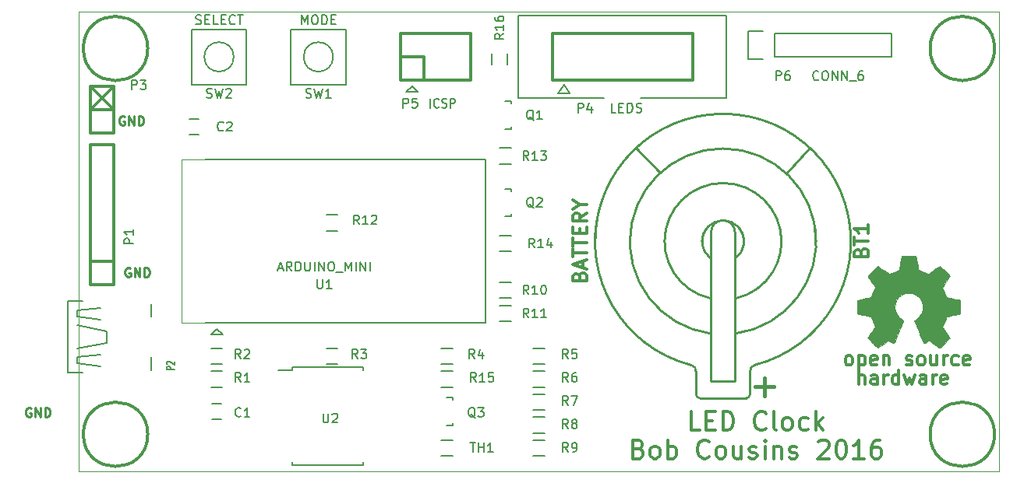
<source format=gto>
G04 #@! TF.FileFunction,Legend,Top*
%FSLAX46Y46*%
G04 Gerber Fmt 4.6, Leading zero omitted, Abs format (unit mm)*
G04 Created by KiCad (PCBNEW 4.0.0-stable) date 21/02/2016 17:37:39*
%MOMM*%
G01*
G04 APERTURE LIST*
%ADD10C,0.150000*%
%ADD11C,0.152400*%
%ADD12C,0.250000*%
%ADD13C,0.300000*%
%ADD14C,0.100000*%
%ADD15C,0.304800*%
%ADD16C,0.002540*%
%ADD17C,0.203200*%
%ADD18C,0.254000*%
%ADD19C,0.398780*%
%ADD20C,0.127000*%
%ADD21C,0.190500*%
%ADD22C,0.139700*%
G04 APERTURE END LIST*
D10*
D11*
X36830000Y41275000D02*
X36195000Y41910000D01*
X35560000Y41275000D02*
X36830000Y41275000D01*
X36195000Y41910000D02*
X35560000Y41275000D01*
D12*
X-5206904Y6850000D02*
X-5302142Y6897619D01*
X-5444999Y6897619D01*
X-5587857Y6850000D01*
X-5683095Y6754762D01*
X-5730714Y6659524D01*
X-5778333Y6469048D01*
X-5778333Y6326190D01*
X-5730714Y6135714D01*
X-5683095Y6040476D01*
X-5587857Y5945238D01*
X-5444999Y5897619D01*
X-5349761Y5897619D01*
X-5206904Y5945238D01*
X-5159285Y5992857D01*
X-5159285Y6326190D01*
X-5349761Y6326190D01*
X-4730714Y5897619D02*
X-4730714Y6897619D01*
X-4159285Y5897619D01*
X-4159285Y6897619D01*
X-3683095Y5897619D02*
X-3683095Y6897619D01*
X-3445000Y6897619D01*
X-3302142Y6850000D01*
X-3206904Y6754762D01*
X-3159285Y6659524D01*
X-3111666Y6469048D01*
X-3111666Y6326190D01*
X-3159285Y6135714D01*
X-3206904Y6040476D01*
X-3302142Y5945238D01*
X-3445000Y5897619D01*
X-3683095Y5897619D01*
X5588096Y22090000D02*
X5492858Y22137619D01*
X5350001Y22137619D01*
X5207143Y22090000D01*
X5111905Y21994762D01*
X5064286Y21899524D01*
X5016667Y21709048D01*
X5016667Y21566190D01*
X5064286Y21375714D01*
X5111905Y21280476D01*
X5207143Y21185238D01*
X5350001Y21137619D01*
X5445239Y21137619D01*
X5588096Y21185238D01*
X5635715Y21232857D01*
X5635715Y21566190D01*
X5445239Y21566190D01*
X6064286Y21137619D02*
X6064286Y22137619D01*
X6635715Y21137619D01*
X6635715Y22137619D01*
X7111905Y21137619D02*
X7111905Y22137619D01*
X7350000Y22137619D01*
X7492858Y22090000D01*
X7588096Y21994762D01*
X7635715Y21899524D01*
X7683334Y21709048D01*
X7683334Y21566190D01*
X7635715Y21375714D01*
X7588096Y21280476D01*
X7492858Y21185238D01*
X7350000Y21137619D01*
X7111905Y21137619D01*
X4953096Y38600000D02*
X4857858Y38647619D01*
X4715001Y38647619D01*
X4572143Y38600000D01*
X4476905Y38504762D01*
X4429286Y38409524D01*
X4381667Y38219048D01*
X4381667Y38076190D01*
X4429286Y37885714D01*
X4476905Y37790476D01*
X4572143Y37695238D01*
X4715001Y37647619D01*
X4810239Y37647619D01*
X4953096Y37695238D01*
X5000715Y37742857D01*
X5000715Y38076190D01*
X4810239Y38076190D01*
X5429286Y37647619D02*
X5429286Y38647619D01*
X6000715Y37647619D01*
X6000715Y38647619D01*
X6476905Y37647619D02*
X6476905Y38647619D01*
X6715000Y38647619D01*
X6857858Y38600000D01*
X6953096Y38504762D01*
X7000715Y38409524D01*
X7048334Y38219048D01*
X7048334Y38076190D01*
X7000715Y37885714D01*
X6953096Y37790476D01*
X6857858Y37695238D01*
X6715000Y37647619D01*
X6476905Y37647619D01*
D13*
X67517142Y4455238D02*
X66564761Y4455238D01*
X66564761Y6455238D01*
X68183809Y5502857D02*
X68850476Y5502857D01*
X69136190Y4455238D02*
X68183809Y4455238D01*
X68183809Y6455238D01*
X69136190Y6455238D01*
X69993333Y4455238D02*
X69993333Y6455238D01*
X70469524Y6455238D01*
X70755238Y6360000D01*
X70945714Y6169524D01*
X71040953Y5979048D01*
X71136191Y5598095D01*
X71136191Y5312381D01*
X71040953Y4931429D01*
X70945714Y4740952D01*
X70755238Y4550476D01*
X70469524Y4455238D01*
X69993333Y4455238D01*
X74660001Y4645714D02*
X74564763Y4550476D01*
X74279048Y4455238D01*
X74088572Y4455238D01*
X73802858Y4550476D01*
X73612382Y4740952D01*
X73517143Y4931429D01*
X73421905Y5312381D01*
X73421905Y5598095D01*
X73517143Y5979048D01*
X73612382Y6169524D01*
X73802858Y6360000D01*
X74088572Y6455238D01*
X74279048Y6455238D01*
X74564763Y6360000D01*
X74660001Y6264762D01*
X75802858Y4455238D02*
X75612382Y4550476D01*
X75517143Y4740952D01*
X75517143Y6455238D01*
X76850477Y4455238D02*
X76660001Y4550476D01*
X76564762Y4645714D01*
X76469524Y4836190D01*
X76469524Y5407619D01*
X76564762Y5598095D01*
X76660001Y5693333D01*
X76850477Y5788571D01*
X77136191Y5788571D01*
X77326667Y5693333D01*
X77421905Y5598095D01*
X77517143Y5407619D01*
X77517143Y4836190D01*
X77421905Y4645714D01*
X77326667Y4550476D01*
X77136191Y4455238D01*
X76850477Y4455238D01*
X79231429Y4550476D02*
X79040953Y4455238D01*
X78660001Y4455238D01*
X78469525Y4550476D01*
X78374286Y4645714D01*
X78279048Y4836190D01*
X78279048Y5407619D01*
X78374286Y5598095D01*
X78469525Y5693333D01*
X78660001Y5788571D01*
X79040953Y5788571D01*
X79231429Y5693333D01*
X80088572Y4455238D02*
X80088572Y6455238D01*
X80279049Y5217143D02*
X80850477Y4455238D01*
X80850477Y5788571D02*
X80088572Y5026667D01*
X60850475Y2402857D02*
X61136189Y2307619D01*
X61231428Y2212381D01*
X61326666Y2021905D01*
X61326666Y1736190D01*
X61231428Y1545714D01*
X61136189Y1450476D01*
X60945713Y1355238D01*
X60183808Y1355238D01*
X60183808Y3355238D01*
X60850475Y3355238D01*
X61040951Y3260000D01*
X61136189Y3164762D01*
X61231428Y2974286D01*
X61231428Y2783810D01*
X61136189Y2593333D01*
X61040951Y2498095D01*
X60850475Y2402857D01*
X60183808Y2402857D01*
X62469523Y1355238D02*
X62279047Y1450476D01*
X62183808Y1545714D01*
X62088570Y1736190D01*
X62088570Y2307619D01*
X62183808Y2498095D01*
X62279047Y2593333D01*
X62469523Y2688571D01*
X62755237Y2688571D01*
X62945713Y2593333D01*
X63040951Y2498095D01*
X63136189Y2307619D01*
X63136189Y1736190D01*
X63040951Y1545714D01*
X62945713Y1450476D01*
X62755237Y1355238D01*
X62469523Y1355238D01*
X63993332Y1355238D02*
X63993332Y3355238D01*
X63993332Y2593333D02*
X64183809Y2688571D01*
X64564761Y2688571D01*
X64755237Y2593333D01*
X64850475Y2498095D01*
X64945713Y2307619D01*
X64945713Y1736190D01*
X64850475Y1545714D01*
X64755237Y1450476D01*
X64564761Y1355238D01*
X64183809Y1355238D01*
X63993332Y1450476D01*
X68469524Y1545714D02*
X68374286Y1450476D01*
X68088571Y1355238D01*
X67898095Y1355238D01*
X67612381Y1450476D01*
X67421905Y1640952D01*
X67326666Y1831429D01*
X67231428Y2212381D01*
X67231428Y2498095D01*
X67326666Y2879048D01*
X67421905Y3069524D01*
X67612381Y3260000D01*
X67898095Y3355238D01*
X68088571Y3355238D01*
X68374286Y3260000D01*
X68469524Y3164762D01*
X69612381Y1355238D02*
X69421905Y1450476D01*
X69326666Y1545714D01*
X69231428Y1736190D01*
X69231428Y2307619D01*
X69326666Y2498095D01*
X69421905Y2593333D01*
X69612381Y2688571D01*
X69898095Y2688571D01*
X70088571Y2593333D01*
X70183809Y2498095D01*
X70279047Y2307619D01*
X70279047Y1736190D01*
X70183809Y1545714D01*
X70088571Y1450476D01*
X69898095Y1355238D01*
X69612381Y1355238D01*
X71993333Y2688571D02*
X71993333Y1355238D01*
X71136190Y2688571D02*
X71136190Y1640952D01*
X71231429Y1450476D01*
X71421905Y1355238D01*
X71707619Y1355238D01*
X71898095Y1450476D01*
X71993333Y1545714D01*
X72850476Y1450476D02*
X73040953Y1355238D01*
X73421905Y1355238D01*
X73612381Y1450476D01*
X73707619Y1640952D01*
X73707619Y1736190D01*
X73612381Y1926667D01*
X73421905Y2021905D01*
X73136191Y2021905D01*
X72945714Y2117143D01*
X72850476Y2307619D01*
X72850476Y2402857D01*
X72945714Y2593333D01*
X73136191Y2688571D01*
X73421905Y2688571D01*
X73612381Y2593333D01*
X74564762Y1355238D02*
X74564762Y2688571D01*
X74564762Y3355238D02*
X74469524Y3260000D01*
X74564762Y3164762D01*
X74660001Y3260000D01*
X74564762Y3355238D01*
X74564762Y3164762D01*
X75517143Y2688571D02*
X75517143Y1355238D01*
X75517143Y2498095D02*
X75612382Y2593333D01*
X75802858Y2688571D01*
X76088572Y2688571D01*
X76279048Y2593333D01*
X76374286Y2402857D01*
X76374286Y1355238D01*
X77231429Y1450476D02*
X77421906Y1355238D01*
X77802858Y1355238D01*
X77993334Y1450476D01*
X78088572Y1640952D01*
X78088572Y1736190D01*
X77993334Y1926667D01*
X77802858Y2021905D01*
X77517144Y2021905D01*
X77326667Y2117143D01*
X77231429Y2307619D01*
X77231429Y2402857D01*
X77326667Y2593333D01*
X77517144Y2688571D01*
X77802858Y2688571D01*
X77993334Y2593333D01*
X80374287Y3164762D02*
X80469525Y3260000D01*
X80660002Y3355238D01*
X81136192Y3355238D01*
X81326668Y3260000D01*
X81421906Y3164762D01*
X81517145Y2974286D01*
X81517145Y2783810D01*
X81421906Y2498095D01*
X80279049Y1355238D01*
X81517145Y1355238D01*
X82755240Y3355238D02*
X82945716Y3355238D01*
X83136192Y3260000D01*
X83231430Y3164762D01*
X83326668Y2974286D01*
X83421907Y2593333D01*
X83421907Y2117143D01*
X83326668Y1736190D01*
X83231430Y1545714D01*
X83136192Y1450476D01*
X82945716Y1355238D01*
X82755240Y1355238D01*
X82564764Y1450476D01*
X82469526Y1545714D01*
X82374287Y1736190D01*
X82279049Y2117143D01*
X82279049Y2593333D01*
X82374287Y2974286D01*
X82469526Y3164762D01*
X82564764Y3260000D01*
X82755240Y3355238D01*
X85326669Y1355238D02*
X84183811Y1355238D01*
X84755240Y1355238D02*
X84755240Y3355238D01*
X84564764Y3069524D01*
X84374288Y2879048D01*
X84183811Y2783810D01*
X87040954Y3355238D02*
X86660002Y3355238D01*
X86469526Y3260000D01*
X86374288Y3164762D01*
X86183811Y2879048D01*
X86088573Y2498095D01*
X86088573Y1736190D01*
X86183811Y1545714D01*
X86279050Y1450476D01*
X86469526Y1355238D01*
X86850478Y1355238D01*
X87040954Y1450476D01*
X87136192Y1545714D01*
X87231431Y1736190D01*
X87231431Y2212381D01*
X87136192Y2402857D01*
X87040954Y2498095D01*
X86850478Y2593333D01*
X86469526Y2593333D01*
X86279050Y2498095D01*
X86183811Y2402857D01*
X86088573Y2212381D01*
D14*
X100000000Y0D02*
X0Y0D01*
X100000000Y50000000D02*
X100000000Y0D01*
X0Y50000000D02*
X100000000Y50000000D01*
X0Y0D02*
X0Y50000000D01*
D10*
X47005240Y27910840D02*
X47005240Y27959100D01*
X46304200Y30709820D02*
X47005240Y30709820D01*
X47005240Y30709820D02*
X47005240Y30460900D01*
X47005240Y27910840D02*
X47005240Y27710180D01*
X47005240Y27710180D02*
X46304200Y27710180D01*
X23176000Y11294000D02*
X23176000Y10939000D01*
X30926000Y11294000D02*
X30926000Y10939000D01*
X30926000Y644000D02*
X30926000Y999000D01*
X23176000Y644000D02*
X23176000Y999000D01*
X23176000Y11294000D02*
X30926000Y11294000D01*
X23176000Y644000D02*
X30926000Y644000D01*
X23176000Y10939000D02*
X21651000Y10939000D01*
X14500000Y5650000D02*
X15500000Y5650000D01*
X15500000Y7350000D02*
X14500000Y7350000D01*
X13000000Y38350000D02*
X12000000Y38350000D01*
X12000000Y36650000D02*
X13000000Y36650000D01*
D15*
X7500120Y46000000D02*
G75*
G03X7500120Y46000000I-3500120J0D01*
G01*
X7500120Y4000000D02*
G75*
G03X7500120Y4000000I-3500120J0D01*
G01*
X99500120Y46000000D02*
G75*
G03X99500120Y46000000I-3500120J0D01*
G01*
X99500120Y4000000D02*
G75*
G03X99500120Y4000000I-3500120J0D01*
G01*
D16*
G36*
X86796880Y13416280D02*
X86855300Y13446760D01*
X86984840Y13528040D01*
X87170260Y13649960D01*
X87391240Y13797280D01*
X87612220Y13947140D01*
X87792560Y14069060D01*
X87919560Y14150340D01*
X87972900Y14178280D01*
X88000840Y14168120D01*
X88104980Y14117320D01*
X88257380Y14038580D01*
X88346280Y13992860D01*
X88485980Y13934440D01*
X88554560Y13921740D01*
X88567260Y13939520D01*
X88618060Y14046200D01*
X88696800Y14229080D01*
X88803480Y14470380D01*
X88922860Y14752320D01*
X89052400Y15057120D01*
X89181940Y15367000D01*
X89303860Y15664180D01*
X89413080Y15930880D01*
X89499440Y16146780D01*
X89557860Y16296640D01*
X89578180Y16362680D01*
X89573100Y16375380D01*
X89501980Y16443960D01*
X89380060Y16535400D01*
X89118440Y16748760D01*
X88856820Y17073880D01*
X88699340Y17442180D01*
X88646000Y17851120D01*
X88691720Y18232120D01*
X88841580Y18597880D01*
X89095580Y18925540D01*
X89402920Y19169380D01*
X89763600Y19324320D01*
X90170000Y19372580D01*
X90558620Y19329400D01*
X90929460Y19182080D01*
X91259660Y18933160D01*
X91396820Y18773140D01*
X91587320Y18440400D01*
X91696540Y18084800D01*
X91709240Y17993360D01*
X91691460Y17602200D01*
X91577160Y17228820D01*
X91371420Y16893540D01*
X91084400Y16619220D01*
X91048840Y16591280D01*
X90914220Y16492220D01*
X90825320Y16423640D01*
X90756740Y16367760D01*
X91254580Y15168880D01*
X91333320Y14978380D01*
X91470480Y14650720D01*
X91589860Y14368780D01*
X91686380Y14145260D01*
X91752420Y13995400D01*
X91782900Y13934440D01*
X91785440Y13931900D01*
X91828620Y13924280D01*
X91920060Y13957300D01*
X92087700Y14038580D01*
X92199460Y14094460D01*
X92326460Y14155420D01*
X92382340Y14178280D01*
X92430600Y14152880D01*
X92552520Y14074140D01*
X92730320Y13954760D01*
X92946220Y13807440D01*
X93149420Y13670280D01*
X93337380Y13545820D01*
X93474540Y13459460D01*
X93540580Y13423900D01*
X93550740Y13423900D01*
X93609160Y13456920D01*
X93715840Y13545820D01*
X93880940Y13700760D01*
X94112080Y13929360D01*
X94147640Y13962380D01*
X94335600Y14155420D01*
X94490540Y14317980D01*
X94594680Y14432280D01*
X94630240Y14485620D01*
X94630240Y14485620D01*
X94597220Y14551660D01*
X94510860Y14686280D01*
X94386400Y14876780D01*
X94234000Y15100300D01*
X93837760Y15676880D01*
X94056200Y16220440D01*
X94122240Y16385540D01*
X94208600Y16588740D01*
X94272100Y16733520D01*
X94302580Y16797020D01*
X94363540Y16817340D01*
X94510860Y16852900D01*
X94726760Y16898620D01*
X94985840Y16946880D01*
X95229680Y16990060D01*
X95450660Y17033240D01*
X95613220Y17063720D01*
X95684340Y17078960D01*
X95702120Y17089120D01*
X95714820Y17122140D01*
X95724980Y17198340D01*
X95730060Y17332960D01*
X95732600Y17546320D01*
X95732600Y17851120D01*
X95732600Y17884140D01*
X95730060Y18178780D01*
X95724980Y18409920D01*
X95717360Y18564860D01*
X95707200Y18623280D01*
X95707200Y18625820D01*
X95638620Y18641060D01*
X95481140Y18674080D01*
X95260160Y18717260D01*
X94996000Y18768060D01*
X94978220Y18770600D01*
X94716600Y18821400D01*
X94495620Y18867120D01*
X94340680Y18902680D01*
X94274640Y18923000D01*
X94261940Y18943320D01*
X94208600Y19044920D01*
X94132400Y19207480D01*
X94046040Y19408140D01*
X93959680Y19613880D01*
X93886020Y19799300D01*
X93835220Y19939000D01*
X93819980Y20002500D01*
X93822520Y20002500D01*
X93860620Y20066000D01*
X93952060Y20203160D01*
X94079060Y20393660D01*
X94234000Y20617180D01*
X94244160Y20632420D01*
X94396560Y20855940D01*
X94518480Y21043900D01*
X94599760Y21178520D01*
X94630240Y21239480D01*
X94630240Y21242020D01*
X94579440Y21308060D01*
X94467680Y21435060D01*
X94305120Y21605240D01*
X94109540Y21800820D01*
X94048580Y21861780D01*
X93832680Y22072600D01*
X93680280Y22212300D01*
X93588840Y22285960D01*
X93543120Y22301200D01*
X93540580Y22301200D01*
X93474540Y22260560D01*
X93334840Y22169120D01*
X93144340Y22039580D01*
X92918280Y21884640D01*
X92903040Y21874480D01*
X92679520Y21724620D01*
X92494100Y21597620D01*
X92362020Y21511260D01*
X92306140Y21475700D01*
X92295980Y21475700D01*
X92204540Y21503640D01*
X92047060Y21559520D01*
X91851480Y21633180D01*
X91645740Y21717000D01*
X91460320Y21795740D01*
X91318080Y21859240D01*
X91252040Y21897340D01*
X91252040Y21899880D01*
X91226640Y21978620D01*
X91188540Y22146260D01*
X91142820Y22374860D01*
X91089480Y22646640D01*
X91081860Y22692360D01*
X91031060Y22956520D01*
X90987880Y23174960D01*
X90957400Y23327360D01*
X90942160Y23388320D01*
X90904060Y23398480D01*
X90774520Y23408640D01*
X90576400Y23413720D01*
X90337640Y23416260D01*
X90086180Y23413720D01*
X89839800Y23408640D01*
X89628980Y23401020D01*
X89479120Y23390860D01*
X89418160Y23378160D01*
X89415620Y23375620D01*
X89392760Y23291800D01*
X89354660Y23126700D01*
X89308940Y22895560D01*
X89255600Y22621240D01*
X89245440Y22572980D01*
X89197180Y22308820D01*
X89151460Y22092920D01*
X89120980Y21943060D01*
X89103200Y21884640D01*
X89080340Y21871940D01*
X88971120Y21823680D01*
X88793320Y21750020D01*
X88574880Y21661120D01*
X88064340Y21455380D01*
X87439500Y21884640D01*
X87381080Y21922740D01*
X87157560Y22075140D01*
X86972140Y22199600D01*
X86845140Y22280880D01*
X86791800Y22311360D01*
X86786720Y22308820D01*
X86725760Y22255480D01*
X86601300Y22138640D01*
X86431120Y21973540D01*
X86235540Y21777960D01*
X86090760Y21633180D01*
X85918040Y21457920D01*
X85808820Y21341080D01*
X85750400Y21264880D01*
X85727540Y21219160D01*
X85732620Y21188680D01*
X85773260Y21125180D01*
X85864700Y20988020D01*
X85994240Y20797520D01*
X86146640Y20576540D01*
X86271100Y20393660D01*
X86405720Y20182840D01*
X86494620Y20032980D01*
X86525100Y19959320D01*
X86517480Y19928840D01*
X86474300Y19806920D01*
X86400640Y19621500D01*
X86306660Y19403060D01*
X86088220Y18907760D01*
X85765640Y18844260D01*
X85567520Y18808700D01*
X85293200Y18755360D01*
X85031580Y18704560D01*
X84620100Y18625820D01*
X84604860Y17117060D01*
X84668360Y17089120D01*
X84729320Y17073880D01*
X84881720Y17038320D01*
X85100160Y16995140D01*
X85354160Y16946880D01*
X85572600Y16906240D01*
X85793580Y16865600D01*
X85951060Y16835120D01*
X86022180Y16819880D01*
X86039960Y16797020D01*
X86093300Y16690340D01*
X86172040Y16520160D01*
X86258400Y16316960D01*
X86347300Y16106140D01*
X86423500Y15910560D01*
X86479380Y15763240D01*
X86499700Y15684500D01*
X86469220Y15628620D01*
X86385400Y15499080D01*
X86263480Y15313660D01*
X86116160Y15095220D01*
X85966300Y14876780D01*
X85839300Y14691360D01*
X85752940Y14556740D01*
X85714840Y14495780D01*
X85732620Y14452600D01*
X85821520Y14348460D01*
X85986620Y14175740D01*
X86230460Y13934440D01*
X86271100Y13896340D01*
X86466680Y13708380D01*
X86631780Y13555980D01*
X86746080Y13454380D01*
X86796880Y13416280D01*
X86796880Y13416280D01*
G37*
X86796880Y13416280D02*
X86855300Y13446760D01*
X86984840Y13528040D01*
X87170260Y13649960D01*
X87391240Y13797280D01*
X87612220Y13947140D01*
X87792560Y14069060D01*
X87919560Y14150340D01*
X87972900Y14178280D01*
X88000840Y14168120D01*
X88104980Y14117320D01*
X88257380Y14038580D01*
X88346280Y13992860D01*
X88485980Y13934440D01*
X88554560Y13921740D01*
X88567260Y13939520D01*
X88618060Y14046200D01*
X88696800Y14229080D01*
X88803480Y14470380D01*
X88922860Y14752320D01*
X89052400Y15057120D01*
X89181940Y15367000D01*
X89303860Y15664180D01*
X89413080Y15930880D01*
X89499440Y16146780D01*
X89557860Y16296640D01*
X89578180Y16362680D01*
X89573100Y16375380D01*
X89501980Y16443960D01*
X89380060Y16535400D01*
X89118440Y16748760D01*
X88856820Y17073880D01*
X88699340Y17442180D01*
X88646000Y17851120D01*
X88691720Y18232120D01*
X88841580Y18597880D01*
X89095580Y18925540D01*
X89402920Y19169380D01*
X89763600Y19324320D01*
X90170000Y19372580D01*
X90558620Y19329400D01*
X90929460Y19182080D01*
X91259660Y18933160D01*
X91396820Y18773140D01*
X91587320Y18440400D01*
X91696540Y18084800D01*
X91709240Y17993360D01*
X91691460Y17602200D01*
X91577160Y17228820D01*
X91371420Y16893540D01*
X91084400Y16619220D01*
X91048840Y16591280D01*
X90914220Y16492220D01*
X90825320Y16423640D01*
X90756740Y16367760D01*
X91254580Y15168880D01*
X91333320Y14978380D01*
X91470480Y14650720D01*
X91589860Y14368780D01*
X91686380Y14145260D01*
X91752420Y13995400D01*
X91782900Y13934440D01*
X91785440Y13931900D01*
X91828620Y13924280D01*
X91920060Y13957300D01*
X92087700Y14038580D01*
X92199460Y14094460D01*
X92326460Y14155420D01*
X92382340Y14178280D01*
X92430600Y14152880D01*
X92552520Y14074140D01*
X92730320Y13954760D01*
X92946220Y13807440D01*
X93149420Y13670280D01*
X93337380Y13545820D01*
X93474540Y13459460D01*
X93540580Y13423900D01*
X93550740Y13423900D01*
X93609160Y13456920D01*
X93715840Y13545820D01*
X93880940Y13700760D01*
X94112080Y13929360D01*
X94147640Y13962380D01*
X94335600Y14155420D01*
X94490540Y14317980D01*
X94594680Y14432280D01*
X94630240Y14485620D01*
X94630240Y14485620D01*
X94597220Y14551660D01*
X94510860Y14686280D01*
X94386400Y14876780D01*
X94234000Y15100300D01*
X93837760Y15676880D01*
X94056200Y16220440D01*
X94122240Y16385540D01*
X94208600Y16588740D01*
X94272100Y16733520D01*
X94302580Y16797020D01*
X94363540Y16817340D01*
X94510860Y16852900D01*
X94726760Y16898620D01*
X94985840Y16946880D01*
X95229680Y16990060D01*
X95450660Y17033240D01*
X95613220Y17063720D01*
X95684340Y17078960D01*
X95702120Y17089120D01*
X95714820Y17122140D01*
X95724980Y17198340D01*
X95730060Y17332960D01*
X95732600Y17546320D01*
X95732600Y17851120D01*
X95732600Y17884140D01*
X95730060Y18178780D01*
X95724980Y18409920D01*
X95717360Y18564860D01*
X95707200Y18623280D01*
X95707200Y18625820D01*
X95638620Y18641060D01*
X95481140Y18674080D01*
X95260160Y18717260D01*
X94996000Y18768060D01*
X94978220Y18770600D01*
X94716600Y18821400D01*
X94495620Y18867120D01*
X94340680Y18902680D01*
X94274640Y18923000D01*
X94261940Y18943320D01*
X94208600Y19044920D01*
X94132400Y19207480D01*
X94046040Y19408140D01*
X93959680Y19613880D01*
X93886020Y19799300D01*
X93835220Y19939000D01*
X93819980Y20002500D01*
X93822520Y20002500D01*
X93860620Y20066000D01*
X93952060Y20203160D01*
X94079060Y20393660D01*
X94234000Y20617180D01*
X94244160Y20632420D01*
X94396560Y20855940D01*
X94518480Y21043900D01*
X94599760Y21178520D01*
X94630240Y21239480D01*
X94630240Y21242020D01*
X94579440Y21308060D01*
X94467680Y21435060D01*
X94305120Y21605240D01*
X94109540Y21800820D01*
X94048580Y21861780D01*
X93832680Y22072600D01*
X93680280Y22212300D01*
X93588840Y22285960D01*
X93543120Y22301200D01*
X93540580Y22301200D01*
X93474540Y22260560D01*
X93334840Y22169120D01*
X93144340Y22039580D01*
X92918280Y21884640D01*
X92903040Y21874480D01*
X92679520Y21724620D01*
X92494100Y21597620D01*
X92362020Y21511260D01*
X92306140Y21475700D01*
X92295980Y21475700D01*
X92204540Y21503640D01*
X92047060Y21559520D01*
X91851480Y21633180D01*
X91645740Y21717000D01*
X91460320Y21795740D01*
X91318080Y21859240D01*
X91252040Y21897340D01*
X91252040Y21899880D01*
X91226640Y21978620D01*
X91188540Y22146260D01*
X91142820Y22374860D01*
X91089480Y22646640D01*
X91081860Y22692360D01*
X91031060Y22956520D01*
X90987880Y23174960D01*
X90957400Y23327360D01*
X90942160Y23388320D01*
X90904060Y23398480D01*
X90774520Y23408640D01*
X90576400Y23413720D01*
X90337640Y23416260D01*
X90086180Y23413720D01*
X89839800Y23408640D01*
X89628980Y23401020D01*
X89479120Y23390860D01*
X89418160Y23378160D01*
X89415620Y23375620D01*
X89392760Y23291800D01*
X89354660Y23126700D01*
X89308940Y22895560D01*
X89255600Y22621240D01*
X89245440Y22572980D01*
X89197180Y22308820D01*
X89151460Y22092920D01*
X89120980Y21943060D01*
X89103200Y21884640D01*
X89080340Y21871940D01*
X88971120Y21823680D01*
X88793320Y21750020D01*
X88574880Y21661120D01*
X88064340Y21455380D01*
X87439500Y21884640D01*
X87381080Y21922740D01*
X87157560Y22075140D01*
X86972140Y22199600D01*
X86845140Y22280880D01*
X86791800Y22311360D01*
X86786720Y22308820D01*
X86725760Y22255480D01*
X86601300Y22138640D01*
X86431120Y21973540D01*
X86235540Y21777960D01*
X86090760Y21633180D01*
X85918040Y21457920D01*
X85808820Y21341080D01*
X85750400Y21264880D01*
X85727540Y21219160D01*
X85732620Y21188680D01*
X85773260Y21125180D01*
X85864700Y20988020D01*
X85994240Y20797520D01*
X86146640Y20576540D01*
X86271100Y20393660D01*
X86405720Y20182840D01*
X86494620Y20032980D01*
X86525100Y19959320D01*
X86517480Y19928840D01*
X86474300Y19806920D01*
X86400640Y19621500D01*
X86306660Y19403060D01*
X86088220Y18907760D01*
X85765640Y18844260D01*
X85567520Y18808700D01*
X85293200Y18755360D01*
X85031580Y18704560D01*
X84620100Y18625820D01*
X84604860Y17117060D01*
X84668360Y17089120D01*
X84729320Y17073880D01*
X84881720Y17038320D01*
X85100160Y16995140D01*
X85354160Y16946880D01*
X85572600Y16906240D01*
X85793580Y16865600D01*
X85951060Y16835120D01*
X86022180Y16819880D01*
X86039960Y16797020D01*
X86093300Y16690340D01*
X86172040Y16520160D01*
X86258400Y16316960D01*
X86347300Y16106140D01*
X86423500Y15910560D01*
X86479380Y15763240D01*
X86499700Y15684500D01*
X86469220Y15628620D01*
X86385400Y15499080D01*
X86263480Y15313660D01*
X86116160Y15095220D01*
X85966300Y14876780D01*
X85839300Y14691360D01*
X85752940Y14556740D01*
X85714840Y14495780D01*
X85732620Y14452600D01*
X85821520Y14348460D01*
X85986620Y14175740D01*
X86230460Y13934440D01*
X86271100Y13896340D01*
X86466680Y13708380D01*
X86631780Y13555980D01*
X86746080Y13454380D01*
X86796880Y13416280D01*
D15*
X1270000Y22860000D02*
X3810000Y22860000D01*
X3810000Y20320000D02*
X1270000Y20320000D01*
X1270000Y20320000D02*
X1270000Y35560000D01*
X1270000Y35560000D02*
X3810000Y35560000D01*
X3810000Y35560000D02*
X3810000Y20320000D01*
X3810000Y39370000D02*
X1270000Y39370000D01*
X1270000Y39370000D02*
X3810000Y41910000D01*
X1270000Y41910000D02*
X3810000Y39370000D01*
X1270000Y36830000D02*
X1270000Y41910000D01*
X3810000Y41910000D02*
X3810000Y36830000D01*
X1270000Y41910000D02*
X3810000Y41910000D01*
X3810000Y36830000D02*
X1270000Y36830000D01*
D17*
X52705000Y42037000D02*
X53340000Y41148000D01*
X53340000Y41148000D02*
X52070000Y41148000D01*
X52705000Y42037000D02*
X52070000Y41148000D01*
X55755540Y40584120D02*
X57056020Y40584120D01*
X66641980Y40584120D02*
X70322440Y40584120D01*
X66641980Y49585880D02*
X70322440Y49585880D01*
D15*
X66675000Y42545000D02*
X64135000Y42545000D01*
X64135000Y47625000D02*
X66675000Y47625000D01*
D17*
X61081920Y40584120D02*
X69082920Y40584120D01*
X70324980Y40584120D02*
X70324980Y49585880D01*
X67784980Y49585880D02*
X47785020Y49585880D01*
X47785020Y49585880D02*
X47785020Y45085000D01*
X47785020Y45085000D02*
X47785020Y40584120D01*
X47785020Y40584120D02*
X55786020Y40584120D01*
D15*
X51435000Y47625000D02*
X64135000Y47625000D01*
X66675000Y47625000D02*
X66675000Y42545000D01*
X64135000Y42545000D02*
X51435000Y42545000D01*
X51435000Y42545000D02*
X51435000Y47625000D01*
X34925000Y47625000D02*
X42545000Y47625000D01*
X42545000Y47625000D02*
X42545000Y42545000D01*
X42545000Y42545000D02*
X34925000Y42545000D01*
X34925000Y45085000D02*
X37465000Y45085000D01*
X37465000Y45085000D02*
X37465000Y42545000D01*
X34925000Y47625000D02*
X34925000Y42545000D01*
D10*
X75565000Y47625000D02*
X88265000Y47625000D01*
X88265000Y47625000D02*
X88265000Y45085000D01*
X88265000Y45085000D02*
X75565000Y45085000D01*
X72745000Y47905000D02*
X74295000Y47905000D01*
X75565000Y47625000D02*
X75565000Y45085000D01*
X74295000Y44805000D02*
X72745000Y44805000D01*
X72745000Y44805000D02*
X72745000Y47905000D01*
X47005240Y37435840D02*
X47005240Y37484100D01*
X46304200Y40234820D02*
X47005240Y40234820D01*
X47005240Y40234820D02*
X47005240Y39985900D01*
X47005240Y37435840D02*
X47005240Y37235180D01*
X47005240Y37235180D02*
X46304200Y37235180D01*
X40650240Y5200840D02*
X40650240Y5249100D01*
X39949200Y7999820D02*
X40650240Y7999820D01*
X40650240Y7999820D02*
X40650240Y7750900D01*
X40650240Y5200840D02*
X40650240Y5000180D01*
X40650240Y5000180D02*
X39949200Y5000180D01*
X14400000Y10875000D02*
X15600000Y10875000D01*
X15600000Y9125000D02*
X14400000Y9125000D01*
X14400000Y13375000D02*
X15600000Y13375000D01*
X15600000Y11625000D02*
X14400000Y11625000D01*
X26900000Y13375000D02*
X28100000Y13375000D01*
X28100000Y11625000D02*
X26900000Y11625000D01*
X40600000Y11625000D02*
X39400000Y11625000D01*
X39400000Y13375000D02*
X40600000Y13375000D01*
X50600000Y11625000D02*
X49400000Y11625000D01*
X49400000Y13375000D02*
X50600000Y13375000D01*
X50600000Y9125000D02*
X49400000Y9125000D01*
X49400000Y10875000D02*
X50600000Y10875000D01*
X50600000Y6625000D02*
X49400000Y6625000D01*
X49400000Y8375000D02*
X50600000Y8375000D01*
X50600000Y4125000D02*
X49400000Y4125000D01*
X49400000Y5875000D02*
X50600000Y5875000D01*
X50600000Y1625000D02*
X49400000Y1625000D01*
X49400000Y3375000D02*
X50600000Y3375000D01*
X46955000Y18810000D02*
X45755000Y18810000D01*
X45755000Y20560000D02*
X46955000Y20560000D01*
X46955000Y16270000D02*
X45755000Y16270000D01*
X45755000Y18020000D02*
X46955000Y18020000D01*
X28100000Y26125000D02*
X26900000Y26125000D01*
X26900000Y27875000D02*
X28100000Y27875000D01*
X46955000Y33415000D02*
X45755000Y33415000D01*
X45755000Y35165000D02*
X46955000Y35165000D01*
X46955000Y23890000D02*
X45755000Y23890000D01*
X45755000Y25640000D02*
X46955000Y25640000D01*
X39400000Y10875000D02*
X40600000Y10875000D01*
X40600000Y9125000D02*
X39400000Y9125000D01*
X46595000Y45431000D02*
X46595000Y44231000D01*
X44845000Y44231000D02*
X44845000Y45431000D01*
X40600000Y1625000D02*
X39400000Y1625000D01*
X39400000Y3375000D02*
X40600000Y3375000D01*
D14*
X13716000Y16129000D02*
X11176000Y16129000D01*
X11176000Y16129000D02*
X11176000Y33909000D01*
X11176000Y33909000D02*
X13716000Y33909000D01*
D10*
X14986000Y15494000D02*
X14351000Y14859000D01*
X14351000Y14859000D02*
X15621000Y14859000D01*
X15621000Y14859000D02*
X14986000Y15494000D01*
X13716000Y33909000D02*
X44196000Y33909000D01*
X44196000Y33909000D02*
X44196000Y16129000D01*
X44196000Y16129000D02*
X13716000Y16129000D01*
D18*
X76858000Y32429500D02*
X79423400Y35185400D01*
X63142000Y32442200D02*
X60551200Y35147300D01*
X73429000Y11538000D02*
G75*
G03X83462000Y28429000I-3429000J13462000D01*
G01*
X56538000Y28479800D02*
G75*
G03X66520200Y11538000I13462000J-3479800D01*
G01*
X72908300Y8324900D02*
X72908300Y10852200D01*
X67091700Y8324900D02*
X67091700Y10852200D01*
X70000000Y38881100D02*
G75*
G03X56118900Y25000000I0J-13881100D01*
G01*
X83881100Y25000000D02*
G75*
G03X70000000Y38881100I-13881100J0D01*
G01*
X71371600Y23171200D02*
G75*
G03X71828800Y26371600I-1371600J1828800D01*
G01*
X68171200Y26371600D02*
G75*
G03X68628400Y23171200I1828800J-1371600D01*
G01*
X70000000Y27286000D02*
G75*
G03X67714000Y25000000I0J-2286000D01*
G01*
X72286000Y25000000D02*
G75*
G03X70000000Y27286000I-2286000J0D01*
G01*
X63802400Y26371600D02*
G75*
G03X68628400Y18802400I6197600J-1371600D01*
G01*
X71397000Y18802400D02*
G75*
G03X76197600Y26397000I-1397000J6197600D01*
G01*
X70000000Y31350000D02*
G75*
G03X63650000Y25000000I0J-6350000D01*
G01*
X76350000Y25025400D02*
G75*
G03X69974600Y31350000I-6350000J-25400D01*
G01*
X71346200Y14967000D02*
G75*
G03X80033000Y26346200I-1346200J10033000D01*
G01*
X59967000Y26346200D02*
G75*
G03X68653800Y14967000I10033000J-1346200D01*
G01*
X70000000Y35109200D02*
G75*
G03X59890800Y25000000I0J-10109200D01*
G01*
X80109200Y25000000D02*
G75*
G03X70000000Y35109200I-10109200J0D01*
G01*
X72540000Y7918500D02*
X67510800Y7918500D01*
X68699520Y9800640D02*
X68699520Y26000760D01*
X71300480Y26000760D02*
X71300480Y9800640D01*
X73556000Y11588800D02*
G75*
G03X72921000Y10699800I127000J-762000D01*
G01*
X67079000Y10699800D02*
G75*
G03X66444000Y11588800I-762000J127000D01*
G01*
D19*
X74508500Y10161320D02*
X74508500Y8159800D01*
X73505200Y9158020D02*
X75509260Y9158020D01*
D18*
X70000000Y27301240D02*
G75*
G03X68699520Y26000760I0J-1300480D01*
G01*
X71300480Y26000760D02*
G75*
G03X70000000Y27301240I-1300480J0D01*
G01*
X71300480Y9793020D02*
X68699520Y9793020D01*
X67091700Y8327440D02*
G75*
G03X67493020Y7926120I401320J0D01*
G01*
X72506980Y7926120D02*
G75*
G03X72908300Y8327440I0J401320D01*
G01*
D20*
X16843546Y45085000D02*
G75*
G03X16843546Y45085000I-1601006J0D01*
G01*
X18242280Y42085260D02*
X18242280Y48084740D01*
X18239740Y48084740D02*
X12240260Y48084740D01*
X12240260Y48082200D02*
X12240260Y42082720D01*
X12240260Y42085260D02*
X18239740Y42085260D01*
X27638546Y45085000D02*
G75*
G03X27638546Y45085000I-1601006J0D01*
G01*
X29037280Y42085260D02*
X29037280Y48084740D01*
X29034740Y48084740D02*
X23035260Y48084740D01*
X23035260Y48082200D02*
X23035260Y42082720D01*
X23035260Y42085260D02*
X29034740Y42085260D01*
D10*
X7845000Y16805000D02*
X7845000Y18205000D01*
X7845000Y11005000D02*
X7845000Y12405000D01*
D21*
X-1155700Y10706100D02*
X444500Y10706100D01*
X-1155700Y18503900D02*
X444500Y18503900D01*
X-1155700Y10706100D02*
X-1155700Y18503900D01*
D20*
X-167640Y15875000D02*
X3007360Y15240000D01*
X3007360Y15240000D02*
X3007360Y13970000D01*
X3007360Y13970000D02*
X-167640Y13335000D01*
X2372360Y11430000D02*
X-167640Y11747500D01*
X-167640Y11747500D02*
X-167640Y12382500D01*
X-167640Y12382500D02*
X2372360Y12700000D01*
X2372360Y17780000D02*
X-167640Y17462500D01*
X-167640Y17462500D02*
X-167640Y16827500D01*
X-167640Y16827500D02*
X2372360Y16510000D01*
D10*
X49434762Y28662381D02*
X49339524Y28710000D01*
X49244286Y28805238D01*
X49101429Y28948095D01*
X49006190Y28995714D01*
X48910952Y28995714D01*
X48958571Y28757619D02*
X48863333Y28805238D01*
X48768095Y28900476D01*
X48720476Y29090952D01*
X48720476Y29424286D01*
X48768095Y29614762D01*
X48863333Y29710000D01*
X48958571Y29757619D01*
X49149048Y29757619D01*
X49244286Y29710000D01*
X49339524Y29614762D01*
X49387143Y29424286D01*
X49387143Y29090952D01*
X49339524Y28900476D01*
X49244286Y28805238D01*
X49149048Y28757619D01*
X48958571Y28757619D01*
X49768095Y29662381D02*
X49815714Y29710000D01*
X49910952Y29757619D01*
X50149048Y29757619D01*
X50244286Y29710000D01*
X50291905Y29662381D01*
X50339524Y29567143D01*
X50339524Y29471905D01*
X50291905Y29329048D01*
X49720476Y28757619D01*
X50339524Y28757619D01*
X26543095Y6262619D02*
X26543095Y5453095D01*
X26590714Y5357857D01*
X26638333Y5310238D01*
X26733571Y5262619D01*
X26924048Y5262619D01*
X27019286Y5310238D01*
X27066905Y5357857D01*
X27114524Y5453095D01*
X27114524Y6262619D01*
X27543095Y6167381D02*
X27590714Y6215000D01*
X27685952Y6262619D01*
X27924048Y6262619D01*
X28019286Y6215000D01*
X28066905Y6167381D01*
X28114524Y6072143D01*
X28114524Y5976905D01*
X28066905Y5834048D01*
X27495476Y5262619D01*
X28114524Y5262619D01*
X17613334Y5992857D02*
X17565715Y5945238D01*
X17422858Y5897619D01*
X17327620Y5897619D01*
X17184762Y5945238D01*
X17089524Y6040476D01*
X17041905Y6135714D01*
X16994286Y6326190D01*
X16994286Y6469048D01*
X17041905Y6659524D01*
X17089524Y6754762D01*
X17184762Y6850000D01*
X17327620Y6897619D01*
X17422858Y6897619D01*
X17565715Y6850000D01*
X17613334Y6802381D01*
X18565715Y5897619D02*
X17994286Y5897619D01*
X18280000Y5897619D02*
X18280000Y6897619D01*
X18184762Y6754762D01*
X18089524Y6659524D01*
X17994286Y6611905D01*
X15708334Y37107857D02*
X15660715Y37060238D01*
X15517858Y37012619D01*
X15422620Y37012619D01*
X15279762Y37060238D01*
X15184524Y37155476D01*
X15136905Y37250714D01*
X15089286Y37441190D01*
X15089286Y37584048D01*
X15136905Y37774524D01*
X15184524Y37869762D01*
X15279762Y37965000D01*
X15422620Y38012619D01*
X15517858Y38012619D01*
X15660715Y37965000D01*
X15708334Y37917381D01*
X16089286Y37917381D02*
X16136905Y37965000D01*
X16232143Y38012619D01*
X16470239Y38012619D01*
X16565477Y37965000D01*
X16613096Y37917381D01*
X16660715Y37822143D01*
X16660715Y37726905D01*
X16613096Y37584048D01*
X16041667Y37012619D01*
X16660715Y37012619D01*
D15*
X84735126Y9424851D02*
X84735126Y10948851D01*
X85388269Y9424851D02*
X85388269Y10223137D01*
X85315698Y10368280D01*
X85170555Y10440851D01*
X84952840Y10440851D01*
X84807698Y10368280D01*
X84735126Y10295709D01*
X86767126Y9424851D02*
X86767126Y10223137D01*
X86694555Y10368280D01*
X86549412Y10440851D01*
X86259126Y10440851D01*
X86113983Y10368280D01*
X86767126Y9497423D02*
X86621983Y9424851D01*
X86259126Y9424851D01*
X86113983Y9497423D01*
X86041412Y9642566D01*
X86041412Y9787709D01*
X86113983Y9932851D01*
X86259126Y10005423D01*
X86621983Y10005423D01*
X86767126Y10077994D01*
X87492840Y9424851D02*
X87492840Y10440851D01*
X87492840Y10150566D02*
X87565412Y10295709D01*
X87637983Y10368280D01*
X87783126Y10440851D01*
X87928269Y10440851D01*
X89089412Y9424851D02*
X89089412Y10948851D01*
X89089412Y9497423D02*
X88944269Y9424851D01*
X88653983Y9424851D01*
X88508841Y9497423D01*
X88436269Y9569994D01*
X88363698Y9715137D01*
X88363698Y10150566D01*
X88436269Y10295709D01*
X88508841Y10368280D01*
X88653983Y10440851D01*
X88944269Y10440851D01*
X89089412Y10368280D01*
X89669983Y10440851D02*
X89960269Y9424851D01*
X90250555Y10150566D01*
X90540840Y9424851D01*
X90831126Y10440851D01*
X92064840Y9424851D02*
X92064840Y10223137D01*
X91992269Y10368280D01*
X91847126Y10440851D01*
X91556840Y10440851D01*
X91411697Y10368280D01*
X92064840Y9497423D02*
X91919697Y9424851D01*
X91556840Y9424851D01*
X91411697Y9497423D01*
X91339126Y9642566D01*
X91339126Y9787709D01*
X91411697Y9932851D01*
X91556840Y10005423D01*
X91919697Y10005423D01*
X92064840Y10077994D01*
X92790554Y9424851D02*
X92790554Y10440851D01*
X92790554Y10150566D02*
X92863126Y10295709D01*
X92935697Y10368280D01*
X93080840Y10440851D01*
X93225983Y10440851D01*
X94314555Y9497423D02*
X94169412Y9424851D01*
X93879126Y9424851D01*
X93733983Y9497423D01*
X93661412Y9642566D01*
X93661412Y10223137D01*
X93733983Y10368280D01*
X93879126Y10440851D01*
X94169412Y10440851D01*
X94314555Y10368280D01*
X94387126Y10223137D01*
X94387126Y10077994D01*
X93661412Y9932851D01*
X83575797Y11525431D02*
X83430655Y11598003D01*
X83358083Y11670574D01*
X83285512Y11815717D01*
X83285512Y12251146D01*
X83358083Y12396289D01*
X83430655Y12468860D01*
X83575797Y12541431D01*
X83793512Y12541431D01*
X83938655Y12468860D01*
X84011226Y12396289D01*
X84083797Y12251146D01*
X84083797Y11815717D01*
X84011226Y11670574D01*
X83938655Y11598003D01*
X83793512Y11525431D01*
X83575797Y11525431D01*
X84736940Y12541431D02*
X84736940Y11017431D01*
X84736940Y12468860D02*
X84882083Y12541431D01*
X85172369Y12541431D01*
X85317512Y12468860D01*
X85390083Y12396289D01*
X85462654Y12251146D01*
X85462654Y11815717D01*
X85390083Y11670574D01*
X85317512Y11598003D01*
X85172369Y11525431D01*
X84882083Y11525431D01*
X84736940Y11598003D01*
X86696369Y11598003D02*
X86551226Y11525431D01*
X86260940Y11525431D01*
X86115797Y11598003D01*
X86043226Y11743146D01*
X86043226Y12323717D01*
X86115797Y12468860D01*
X86260940Y12541431D01*
X86551226Y12541431D01*
X86696369Y12468860D01*
X86768940Y12323717D01*
X86768940Y12178574D01*
X86043226Y12033431D01*
X87422083Y12541431D02*
X87422083Y11525431D01*
X87422083Y12396289D02*
X87494655Y12468860D01*
X87639797Y12541431D01*
X87857512Y12541431D01*
X88002655Y12468860D01*
X88075226Y12323717D01*
X88075226Y11525431D01*
X89889512Y11598003D02*
X90034655Y11525431D01*
X90324940Y11525431D01*
X90470083Y11598003D01*
X90542655Y11743146D01*
X90542655Y11815717D01*
X90470083Y11960860D01*
X90324940Y12033431D01*
X90107226Y12033431D01*
X89962083Y12106003D01*
X89889512Y12251146D01*
X89889512Y12323717D01*
X89962083Y12468860D01*
X90107226Y12541431D01*
X90324940Y12541431D01*
X90470083Y12468860D01*
X91413511Y11525431D02*
X91268369Y11598003D01*
X91195797Y11670574D01*
X91123226Y11815717D01*
X91123226Y12251146D01*
X91195797Y12396289D01*
X91268369Y12468860D01*
X91413511Y12541431D01*
X91631226Y12541431D01*
X91776369Y12468860D01*
X91848940Y12396289D01*
X91921511Y12251146D01*
X91921511Y11815717D01*
X91848940Y11670574D01*
X91776369Y11598003D01*
X91631226Y11525431D01*
X91413511Y11525431D01*
X93227797Y12541431D02*
X93227797Y11525431D01*
X92574654Y12541431D02*
X92574654Y11743146D01*
X92647226Y11598003D01*
X92792368Y11525431D01*
X93010083Y11525431D01*
X93155226Y11598003D01*
X93227797Y11670574D01*
X93953511Y11525431D02*
X93953511Y12541431D01*
X93953511Y12251146D02*
X94026083Y12396289D01*
X94098654Y12468860D01*
X94243797Y12541431D01*
X94388940Y12541431D01*
X95550083Y11598003D02*
X95404940Y11525431D01*
X95114654Y11525431D01*
X94969512Y11598003D01*
X94896940Y11670574D01*
X94824369Y11815717D01*
X94824369Y12251146D01*
X94896940Y12396289D01*
X94969512Y12468860D01*
X95114654Y12541431D01*
X95404940Y12541431D01*
X95550083Y12468860D01*
X96783798Y11598003D02*
X96638655Y11525431D01*
X96348369Y11525431D01*
X96203226Y11598003D01*
X96130655Y11743146D01*
X96130655Y12323717D01*
X96203226Y12468860D01*
X96348369Y12541431D01*
X96638655Y12541431D01*
X96783798Y12468860D01*
X96856369Y12323717D01*
X96856369Y12178574D01*
X96130655Y12033431D01*
D17*
X5959619Y24750096D02*
X4943619Y24750096D01*
X4943619Y25137143D01*
X4992000Y25233905D01*
X5040381Y25282286D01*
X5137143Y25330667D01*
X5282286Y25330667D01*
X5379048Y25282286D01*
X5427429Y25233905D01*
X5475810Y25137143D01*
X5475810Y24750096D01*
X5959619Y26298286D02*
X5959619Y25717715D01*
X5959619Y26008001D02*
X4943619Y26008001D01*
X5088762Y25911239D01*
X5185524Y25814477D01*
X5233905Y25717715D01*
X5750096Y41540381D02*
X5750096Y42556381D01*
X6137143Y42556381D01*
X6233905Y42508000D01*
X6282286Y42459619D01*
X6330667Y42362857D01*
X6330667Y42217714D01*
X6282286Y42120952D01*
X6233905Y42072571D01*
X6137143Y42024190D01*
X5750096Y42024190D01*
X6669334Y42556381D02*
X7298286Y42556381D01*
X6959620Y42169333D01*
X7104762Y42169333D01*
X7201524Y42120952D01*
X7249905Y42072571D01*
X7298286Y41975810D01*
X7298286Y41733905D01*
X7249905Y41637143D01*
X7201524Y41588762D01*
X7104762Y41540381D01*
X6814477Y41540381D01*
X6717715Y41588762D01*
X6669334Y41637143D01*
X54250096Y39040381D02*
X54250096Y40056381D01*
X54637143Y40056381D01*
X54733905Y40008000D01*
X54782286Y39959619D01*
X54830667Y39862857D01*
X54830667Y39717714D01*
X54782286Y39620952D01*
X54733905Y39572571D01*
X54637143Y39524190D01*
X54250096Y39524190D01*
X55701524Y39717714D02*
X55701524Y39040381D01*
X55459620Y40104762D02*
X55217715Y39379048D01*
X55846667Y39379048D01*
X58363048Y39040381D02*
X57879239Y39040381D01*
X57879239Y40056381D01*
X58701715Y39572571D02*
X59040381Y39572571D01*
X59185524Y39040381D02*
X58701715Y39040381D01*
X58701715Y40056381D01*
X59185524Y40056381D01*
X59620953Y39040381D02*
X59620953Y40056381D01*
X59862858Y40056381D01*
X60008000Y40008000D01*
X60104762Y39911238D01*
X60153143Y39814476D01*
X60201524Y39620952D01*
X60201524Y39475810D01*
X60153143Y39282286D01*
X60104762Y39185524D01*
X60008000Y39088762D01*
X59862858Y39040381D01*
X59620953Y39040381D01*
X60588572Y39088762D02*
X60733715Y39040381D01*
X60975619Y39040381D01*
X61072381Y39088762D01*
X61120762Y39137143D01*
X61169143Y39233905D01*
X61169143Y39330667D01*
X61120762Y39427429D01*
X61072381Y39475810D01*
X60975619Y39524190D01*
X60782096Y39572571D01*
X60685334Y39620952D01*
X60636953Y39669333D01*
X60588572Y39766095D01*
X60588572Y39862857D01*
X60636953Y39959619D01*
X60685334Y40008000D01*
X60782096Y40056381D01*
X61024000Y40056381D01*
X61169143Y40008000D01*
X35250096Y39540381D02*
X35250096Y40556381D01*
X35637143Y40556381D01*
X35733905Y40508000D01*
X35782286Y40459619D01*
X35830667Y40362857D01*
X35830667Y40217714D01*
X35782286Y40120952D01*
X35733905Y40072571D01*
X35637143Y40024190D01*
X35250096Y40024190D01*
X36749905Y40556381D02*
X36266096Y40556381D01*
X36217715Y40072571D01*
X36266096Y40120952D01*
X36362858Y40169333D01*
X36604762Y40169333D01*
X36701524Y40120952D01*
X36749905Y40072571D01*
X36798286Y39975810D01*
X36798286Y39733905D01*
X36749905Y39637143D01*
X36701524Y39588762D01*
X36604762Y39540381D01*
X36362858Y39540381D01*
X36266096Y39588762D01*
X36217715Y39637143D01*
X38187667Y39540381D02*
X38187667Y40556381D01*
X39119000Y39637143D02*
X39076666Y39588762D01*
X38949666Y39540381D01*
X38865000Y39540381D01*
X38738000Y39588762D01*
X38653333Y39685524D01*
X38611000Y39782286D01*
X38568666Y39975810D01*
X38568666Y40120952D01*
X38611000Y40314476D01*
X38653333Y40411238D01*
X38738000Y40508000D01*
X38865000Y40556381D01*
X38949666Y40556381D01*
X39076666Y40508000D01*
X39119000Y40459619D01*
X39457666Y39588762D02*
X39584666Y39540381D01*
X39796333Y39540381D01*
X39881000Y39588762D01*
X39923333Y39637143D01*
X39965666Y39733905D01*
X39965666Y39830667D01*
X39923333Y39927429D01*
X39881000Y39975810D01*
X39796333Y40024190D01*
X39627000Y40072571D01*
X39542333Y40120952D01*
X39500000Y40169333D01*
X39457666Y40266095D01*
X39457666Y40362857D01*
X39500000Y40459619D01*
X39542333Y40508000D01*
X39627000Y40556381D01*
X39838666Y40556381D01*
X39965666Y40508000D01*
X40346667Y39540381D02*
X40346667Y40556381D01*
X40685333Y40556381D01*
X40770000Y40508000D01*
X40812333Y40459619D01*
X40854667Y40362857D01*
X40854667Y40217714D01*
X40812333Y40120952D01*
X40770000Y40072571D01*
X40685333Y40024190D01*
X40346667Y40024190D01*
D10*
X75761905Y42547619D02*
X75761905Y43547619D01*
X76142858Y43547619D01*
X76238096Y43500000D01*
X76285715Y43452381D01*
X76333334Y43357143D01*
X76333334Y43214286D01*
X76285715Y43119048D01*
X76238096Y43071429D01*
X76142858Y43023810D01*
X75761905Y43023810D01*
X77190477Y43547619D02*
X77000000Y43547619D01*
X76904762Y43500000D01*
X76857143Y43452381D01*
X76761905Y43309524D01*
X76714286Y43119048D01*
X76714286Y42738095D01*
X76761905Y42642857D01*
X76809524Y42595238D01*
X76904762Y42547619D01*
X77095239Y42547619D01*
X77190477Y42595238D01*
X77238096Y42642857D01*
X77285715Y42738095D01*
X77285715Y42976190D01*
X77238096Y43071429D01*
X77190477Y43119048D01*
X77095239Y43166667D01*
X76904762Y43166667D01*
X76809524Y43119048D01*
X76761905Y43071429D01*
X76714286Y42976190D01*
X80380953Y42642857D02*
X80333334Y42595238D01*
X80190477Y42547619D01*
X80095239Y42547619D01*
X79952381Y42595238D01*
X79857143Y42690476D01*
X79809524Y42785714D01*
X79761905Y42976190D01*
X79761905Y43119048D01*
X79809524Y43309524D01*
X79857143Y43404762D01*
X79952381Y43500000D01*
X80095239Y43547619D01*
X80190477Y43547619D01*
X80333334Y43500000D01*
X80380953Y43452381D01*
X81000000Y43547619D02*
X81190477Y43547619D01*
X81285715Y43500000D01*
X81380953Y43404762D01*
X81428572Y43214286D01*
X81428572Y42880952D01*
X81380953Y42690476D01*
X81285715Y42595238D01*
X81190477Y42547619D01*
X81000000Y42547619D01*
X80904762Y42595238D01*
X80809524Y42690476D01*
X80761905Y42880952D01*
X80761905Y43214286D01*
X80809524Y43404762D01*
X80904762Y43500000D01*
X81000000Y43547619D01*
X81857143Y42547619D02*
X81857143Y43547619D01*
X82428572Y42547619D01*
X82428572Y43547619D01*
X82904762Y42547619D02*
X82904762Y43547619D01*
X83476191Y42547619D01*
X83476191Y43547619D01*
X83714286Y42452381D02*
X84476191Y42452381D01*
X85142858Y43547619D02*
X84952381Y43547619D01*
X84857143Y43500000D01*
X84809524Y43452381D01*
X84714286Y43309524D01*
X84666667Y43119048D01*
X84666667Y42738095D01*
X84714286Y42642857D01*
X84761905Y42595238D01*
X84857143Y42547619D01*
X85047620Y42547619D01*
X85142858Y42595238D01*
X85190477Y42642857D01*
X85238096Y42738095D01*
X85238096Y42976190D01*
X85190477Y43071429D01*
X85142858Y43119048D01*
X85047620Y43166667D01*
X84857143Y43166667D01*
X84761905Y43119048D01*
X84714286Y43071429D01*
X84666667Y42976190D01*
X49434762Y38187381D02*
X49339524Y38235000D01*
X49244286Y38330238D01*
X49101429Y38473095D01*
X49006190Y38520714D01*
X48910952Y38520714D01*
X48958571Y38282619D02*
X48863333Y38330238D01*
X48768095Y38425476D01*
X48720476Y38615952D01*
X48720476Y38949286D01*
X48768095Y39139762D01*
X48863333Y39235000D01*
X48958571Y39282619D01*
X49149048Y39282619D01*
X49244286Y39235000D01*
X49339524Y39139762D01*
X49387143Y38949286D01*
X49387143Y38615952D01*
X49339524Y38425476D01*
X49244286Y38330238D01*
X49149048Y38282619D01*
X48958571Y38282619D01*
X50339524Y38282619D02*
X49768095Y38282619D01*
X50053809Y38282619D02*
X50053809Y39282619D01*
X49958571Y39139762D01*
X49863333Y39044524D01*
X49768095Y38996905D01*
X43084762Y5802381D02*
X42989524Y5850000D01*
X42894286Y5945238D01*
X42751429Y6088095D01*
X42656190Y6135714D01*
X42560952Y6135714D01*
X42608571Y5897619D02*
X42513333Y5945238D01*
X42418095Y6040476D01*
X42370476Y6230952D01*
X42370476Y6564286D01*
X42418095Y6754762D01*
X42513333Y6850000D01*
X42608571Y6897619D01*
X42799048Y6897619D01*
X42894286Y6850000D01*
X42989524Y6754762D01*
X43037143Y6564286D01*
X43037143Y6230952D01*
X42989524Y6040476D01*
X42894286Y5945238D01*
X42799048Y5897619D01*
X42608571Y5897619D01*
X43370476Y6897619D02*
X43989524Y6897619D01*
X43656190Y6516667D01*
X43799048Y6516667D01*
X43894286Y6469048D01*
X43941905Y6421429D01*
X43989524Y6326190D01*
X43989524Y6088095D01*
X43941905Y5992857D01*
X43894286Y5945238D01*
X43799048Y5897619D01*
X43513333Y5897619D01*
X43418095Y5945238D01*
X43370476Y5992857D01*
X17613334Y9707619D02*
X17280000Y10183810D01*
X17041905Y9707619D02*
X17041905Y10707619D01*
X17422858Y10707619D01*
X17518096Y10660000D01*
X17565715Y10612381D01*
X17613334Y10517143D01*
X17613334Y10374286D01*
X17565715Y10279048D01*
X17518096Y10231429D01*
X17422858Y10183810D01*
X17041905Y10183810D01*
X18565715Y9707619D02*
X17994286Y9707619D01*
X18280000Y9707619D02*
X18280000Y10707619D01*
X18184762Y10564762D01*
X18089524Y10469524D01*
X17994286Y10421905D01*
X17613334Y12247619D02*
X17280000Y12723810D01*
X17041905Y12247619D02*
X17041905Y13247619D01*
X17422858Y13247619D01*
X17518096Y13200000D01*
X17565715Y13152381D01*
X17613334Y13057143D01*
X17613334Y12914286D01*
X17565715Y12819048D01*
X17518096Y12771429D01*
X17422858Y12723810D01*
X17041905Y12723810D01*
X17994286Y13152381D02*
X18041905Y13200000D01*
X18137143Y13247619D01*
X18375239Y13247619D01*
X18470477Y13200000D01*
X18518096Y13152381D01*
X18565715Y13057143D01*
X18565715Y12961905D01*
X18518096Y12819048D01*
X17946667Y12247619D01*
X18565715Y12247619D01*
X30313334Y12247619D02*
X29980000Y12723810D01*
X29741905Y12247619D02*
X29741905Y13247619D01*
X30122858Y13247619D01*
X30218096Y13200000D01*
X30265715Y13152381D01*
X30313334Y13057143D01*
X30313334Y12914286D01*
X30265715Y12819048D01*
X30218096Y12771429D01*
X30122858Y12723810D01*
X29741905Y12723810D01*
X30646667Y13247619D02*
X31265715Y13247619D01*
X30932381Y12866667D01*
X31075239Y12866667D01*
X31170477Y12819048D01*
X31218096Y12771429D01*
X31265715Y12676190D01*
X31265715Y12438095D01*
X31218096Y12342857D01*
X31170477Y12295238D01*
X31075239Y12247619D01*
X30789524Y12247619D01*
X30694286Y12295238D01*
X30646667Y12342857D01*
X43013334Y12247619D02*
X42680000Y12723810D01*
X42441905Y12247619D02*
X42441905Y13247619D01*
X42822858Y13247619D01*
X42918096Y13200000D01*
X42965715Y13152381D01*
X43013334Y13057143D01*
X43013334Y12914286D01*
X42965715Y12819048D01*
X42918096Y12771429D01*
X42822858Y12723810D01*
X42441905Y12723810D01*
X43870477Y12914286D02*
X43870477Y12247619D01*
X43632381Y13295238D02*
X43394286Y12580952D01*
X44013334Y12580952D01*
X53173334Y12247619D02*
X52840000Y12723810D01*
X52601905Y12247619D02*
X52601905Y13247619D01*
X52982858Y13247619D01*
X53078096Y13200000D01*
X53125715Y13152381D01*
X53173334Y13057143D01*
X53173334Y12914286D01*
X53125715Y12819048D01*
X53078096Y12771429D01*
X52982858Y12723810D01*
X52601905Y12723810D01*
X54078096Y13247619D02*
X53601905Y13247619D01*
X53554286Y12771429D01*
X53601905Y12819048D01*
X53697143Y12866667D01*
X53935239Y12866667D01*
X54030477Y12819048D01*
X54078096Y12771429D01*
X54125715Y12676190D01*
X54125715Y12438095D01*
X54078096Y12342857D01*
X54030477Y12295238D01*
X53935239Y12247619D01*
X53697143Y12247619D01*
X53601905Y12295238D01*
X53554286Y12342857D01*
X53173334Y9707619D02*
X52840000Y10183810D01*
X52601905Y9707619D02*
X52601905Y10707619D01*
X52982858Y10707619D01*
X53078096Y10660000D01*
X53125715Y10612381D01*
X53173334Y10517143D01*
X53173334Y10374286D01*
X53125715Y10279048D01*
X53078096Y10231429D01*
X52982858Y10183810D01*
X52601905Y10183810D01*
X54030477Y10707619D02*
X53840000Y10707619D01*
X53744762Y10660000D01*
X53697143Y10612381D01*
X53601905Y10469524D01*
X53554286Y10279048D01*
X53554286Y9898095D01*
X53601905Y9802857D01*
X53649524Y9755238D01*
X53744762Y9707619D01*
X53935239Y9707619D01*
X54030477Y9755238D01*
X54078096Y9802857D01*
X54125715Y9898095D01*
X54125715Y10136190D01*
X54078096Y10231429D01*
X54030477Y10279048D01*
X53935239Y10326667D01*
X53744762Y10326667D01*
X53649524Y10279048D01*
X53601905Y10231429D01*
X53554286Y10136190D01*
X53173334Y7167619D02*
X52840000Y7643810D01*
X52601905Y7167619D02*
X52601905Y8167619D01*
X52982858Y8167619D01*
X53078096Y8120000D01*
X53125715Y8072381D01*
X53173334Y7977143D01*
X53173334Y7834286D01*
X53125715Y7739048D01*
X53078096Y7691429D01*
X52982858Y7643810D01*
X52601905Y7643810D01*
X53506667Y8167619D02*
X54173334Y8167619D01*
X53744762Y7167619D01*
X53173334Y4627619D02*
X52840000Y5103810D01*
X52601905Y4627619D02*
X52601905Y5627619D01*
X52982858Y5627619D01*
X53078096Y5580000D01*
X53125715Y5532381D01*
X53173334Y5437143D01*
X53173334Y5294286D01*
X53125715Y5199048D01*
X53078096Y5151429D01*
X52982858Y5103810D01*
X52601905Y5103810D01*
X53744762Y5199048D02*
X53649524Y5246667D01*
X53601905Y5294286D01*
X53554286Y5389524D01*
X53554286Y5437143D01*
X53601905Y5532381D01*
X53649524Y5580000D01*
X53744762Y5627619D01*
X53935239Y5627619D01*
X54030477Y5580000D01*
X54078096Y5532381D01*
X54125715Y5437143D01*
X54125715Y5389524D01*
X54078096Y5294286D01*
X54030477Y5246667D01*
X53935239Y5199048D01*
X53744762Y5199048D01*
X53649524Y5151429D01*
X53601905Y5103810D01*
X53554286Y5008571D01*
X53554286Y4818095D01*
X53601905Y4722857D01*
X53649524Y4675238D01*
X53744762Y4627619D01*
X53935239Y4627619D01*
X54030477Y4675238D01*
X54078096Y4722857D01*
X54125715Y4818095D01*
X54125715Y5008571D01*
X54078096Y5103810D01*
X54030477Y5151429D01*
X53935239Y5199048D01*
X53173334Y2087619D02*
X52840000Y2563810D01*
X52601905Y2087619D02*
X52601905Y3087619D01*
X52982858Y3087619D01*
X53078096Y3040000D01*
X53125715Y2992381D01*
X53173334Y2897143D01*
X53173334Y2754286D01*
X53125715Y2659048D01*
X53078096Y2611429D01*
X52982858Y2563810D01*
X52601905Y2563810D01*
X53649524Y2087619D02*
X53840000Y2087619D01*
X53935239Y2135238D01*
X53982858Y2182857D01*
X54078096Y2325714D01*
X54125715Y2516190D01*
X54125715Y2897143D01*
X54078096Y2992381D01*
X54030477Y3040000D01*
X53935239Y3087619D01*
X53744762Y3087619D01*
X53649524Y3040000D01*
X53601905Y2992381D01*
X53554286Y2897143D01*
X53554286Y2659048D01*
X53601905Y2563810D01*
X53649524Y2516190D01*
X53744762Y2468571D01*
X53935239Y2468571D01*
X54030477Y2516190D01*
X54078096Y2563810D01*
X54125715Y2659048D01*
X48887143Y19232619D02*
X48553809Y19708810D01*
X48315714Y19232619D02*
X48315714Y20232619D01*
X48696667Y20232619D01*
X48791905Y20185000D01*
X48839524Y20137381D01*
X48887143Y20042143D01*
X48887143Y19899286D01*
X48839524Y19804048D01*
X48791905Y19756429D01*
X48696667Y19708810D01*
X48315714Y19708810D01*
X49839524Y19232619D02*
X49268095Y19232619D01*
X49553809Y19232619D02*
X49553809Y20232619D01*
X49458571Y20089762D01*
X49363333Y19994524D01*
X49268095Y19946905D01*
X50458571Y20232619D02*
X50553810Y20232619D01*
X50649048Y20185000D01*
X50696667Y20137381D01*
X50744286Y20042143D01*
X50791905Y19851667D01*
X50791905Y19613571D01*
X50744286Y19423095D01*
X50696667Y19327857D01*
X50649048Y19280238D01*
X50553810Y19232619D01*
X50458571Y19232619D01*
X50363333Y19280238D01*
X50315714Y19327857D01*
X50268095Y19423095D01*
X50220476Y19613571D01*
X50220476Y19851667D01*
X50268095Y20042143D01*
X50315714Y20137381D01*
X50363333Y20185000D01*
X50458571Y20232619D01*
X48887143Y16692619D02*
X48553809Y17168810D01*
X48315714Y16692619D02*
X48315714Y17692619D01*
X48696667Y17692619D01*
X48791905Y17645000D01*
X48839524Y17597381D01*
X48887143Y17502143D01*
X48887143Y17359286D01*
X48839524Y17264048D01*
X48791905Y17216429D01*
X48696667Y17168810D01*
X48315714Y17168810D01*
X49839524Y16692619D02*
X49268095Y16692619D01*
X49553809Y16692619D02*
X49553809Y17692619D01*
X49458571Y17549762D01*
X49363333Y17454524D01*
X49268095Y17406905D01*
X50791905Y16692619D02*
X50220476Y16692619D01*
X50506190Y16692619D02*
X50506190Y17692619D01*
X50410952Y17549762D01*
X50315714Y17454524D01*
X50220476Y17406905D01*
X30472143Y26852619D02*
X30138809Y27328810D01*
X29900714Y26852619D02*
X29900714Y27852619D01*
X30281667Y27852619D01*
X30376905Y27805000D01*
X30424524Y27757381D01*
X30472143Y27662143D01*
X30472143Y27519286D01*
X30424524Y27424048D01*
X30376905Y27376429D01*
X30281667Y27328810D01*
X29900714Y27328810D01*
X31424524Y26852619D02*
X30853095Y26852619D01*
X31138809Y26852619D02*
X31138809Y27852619D01*
X31043571Y27709762D01*
X30948333Y27614524D01*
X30853095Y27566905D01*
X31805476Y27757381D02*
X31853095Y27805000D01*
X31948333Y27852619D01*
X32186429Y27852619D01*
X32281667Y27805000D01*
X32329286Y27757381D01*
X32376905Y27662143D01*
X32376905Y27566905D01*
X32329286Y27424048D01*
X31757857Y26852619D01*
X32376905Y26852619D01*
X48887143Y33837619D02*
X48553809Y34313810D01*
X48315714Y33837619D02*
X48315714Y34837619D01*
X48696667Y34837619D01*
X48791905Y34790000D01*
X48839524Y34742381D01*
X48887143Y34647143D01*
X48887143Y34504286D01*
X48839524Y34409048D01*
X48791905Y34361429D01*
X48696667Y34313810D01*
X48315714Y34313810D01*
X49839524Y33837619D02*
X49268095Y33837619D01*
X49553809Y33837619D02*
X49553809Y34837619D01*
X49458571Y34694762D01*
X49363333Y34599524D01*
X49268095Y34551905D01*
X50172857Y34837619D02*
X50791905Y34837619D01*
X50458571Y34456667D01*
X50601429Y34456667D01*
X50696667Y34409048D01*
X50744286Y34361429D01*
X50791905Y34266190D01*
X50791905Y34028095D01*
X50744286Y33932857D01*
X50696667Y33885238D01*
X50601429Y33837619D01*
X50315714Y33837619D01*
X50220476Y33885238D01*
X50172857Y33932857D01*
X49522143Y24312619D02*
X49188809Y24788810D01*
X48950714Y24312619D02*
X48950714Y25312619D01*
X49331667Y25312619D01*
X49426905Y25265000D01*
X49474524Y25217381D01*
X49522143Y25122143D01*
X49522143Y24979286D01*
X49474524Y24884048D01*
X49426905Y24836429D01*
X49331667Y24788810D01*
X48950714Y24788810D01*
X50474524Y24312619D02*
X49903095Y24312619D01*
X50188809Y24312619D02*
X50188809Y25312619D01*
X50093571Y25169762D01*
X49998333Y25074524D01*
X49903095Y25026905D01*
X51331667Y24979286D02*
X51331667Y24312619D01*
X51093571Y25360238D02*
X50855476Y24645952D01*
X51474524Y24645952D01*
X43172143Y9707619D02*
X42838809Y10183810D01*
X42600714Y9707619D02*
X42600714Y10707619D01*
X42981667Y10707619D01*
X43076905Y10660000D01*
X43124524Y10612381D01*
X43172143Y10517143D01*
X43172143Y10374286D01*
X43124524Y10279048D01*
X43076905Y10231429D01*
X42981667Y10183810D01*
X42600714Y10183810D01*
X44124524Y9707619D02*
X43553095Y9707619D01*
X43838809Y9707619D02*
X43838809Y10707619D01*
X43743571Y10564762D01*
X43648333Y10469524D01*
X43553095Y10421905D01*
X45029286Y10707619D02*
X44553095Y10707619D01*
X44505476Y10231429D01*
X44553095Y10279048D01*
X44648333Y10326667D01*
X44886429Y10326667D01*
X44981667Y10279048D01*
X45029286Y10231429D01*
X45076905Y10136190D01*
X45076905Y9898095D01*
X45029286Y9802857D01*
X44981667Y9755238D01*
X44886429Y9707619D01*
X44648333Y9707619D01*
X44553095Y9755238D01*
X44505476Y9802857D01*
X46172381Y47617143D02*
X45696190Y47283809D01*
X46172381Y47045714D02*
X45172381Y47045714D01*
X45172381Y47426667D01*
X45220000Y47521905D01*
X45267619Y47569524D01*
X45362857Y47617143D01*
X45505714Y47617143D01*
X45600952Y47569524D01*
X45648571Y47521905D01*
X45696190Y47426667D01*
X45696190Y47045714D01*
X46172381Y48569524D02*
X46172381Y47998095D01*
X46172381Y48283809D02*
X45172381Y48283809D01*
X45315238Y48188571D01*
X45410476Y48093333D01*
X45458095Y47998095D01*
X45172381Y49426667D02*
X45172381Y49236190D01*
X45220000Y49140952D01*
X45267619Y49093333D01*
X45410476Y48998095D01*
X45600952Y48950476D01*
X45981905Y48950476D01*
X46077143Y48998095D01*
X46124762Y49045714D01*
X46172381Y49140952D01*
X46172381Y49331429D01*
X46124762Y49426667D01*
X46077143Y49474286D01*
X45981905Y49521905D01*
X45743810Y49521905D01*
X45648571Y49474286D01*
X45600952Y49426667D01*
X45553333Y49331429D01*
X45553333Y49140952D01*
X45600952Y49045714D01*
X45648571Y48998095D01*
X45743810Y48950476D01*
X42529286Y3087619D02*
X43100715Y3087619D01*
X42815000Y2087619D02*
X42815000Y3087619D01*
X43434048Y2087619D02*
X43434048Y3087619D01*
X43434048Y2611429D02*
X44005477Y2611429D01*
X44005477Y2087619D02*
X44005477Y3087619D01*
X45005477Y2087619D02*
X44434048Y2087619D01*
X44719762Y2087619D02*
X44719762Y3087619D01*
X44624524Y2944762D01*
X44529286Y2849524D01*
X44434048Y2801905D01*
X25908095Y20867619D02*
X25908095Y20058095D01*
X25955714Y19962857D01*
X26003333Y19915238D01*
X26098571Y19867619D01*
X26289048Y19867619D01*
X26384286Y19915238D01*
X26431905Y19962857D01*
X26479524Y20058095D01*
X26479524Y20867619D01*
X27479524Y19867619D02*
X26908095Y19867619D01*
X27193809Y19867619D02*
X27193809Y20867619D01*
X27098571Y20724762D01*
X27003333Y20629524D01*
X26908095Y20581905D01*
X21670001Y22058333D02*
X22146192Y22058333D01*
X21574763Y21772619D02*
X21908096Y22772619D01*
X22241430Y21772619D01*
X23146192Y21772619D02*
X22812858Y22248810D01*
X22574763Y21772619D02*
X22574763Y22772619D01*
X22955716Y22772619D01*
X23050954Y22725000D01*
X23098573Y22677381D01*
X23146192Y22582143D01*
X23146192Y22439286D01*
X23098573Y22344048D01*
X23050954Y22296429D01*
X22955716Y22248810D01*
X22574763Y22248810D01*
X23574763Y21772619D02*
X23574763Y22772619D01*
X23812858Y22772619D01*
X23955716Y22725000D01*
X24050954Y22629762D01*
X24098573Y22534524D01*
X24146192Y22344048D01*
X24146192Y22201190D01*
X24098573Y22010714D01*
X24050954Y21915476D01*
X23955716Y21820238D01*
X23812858Y21772619D01*
X23574763Y21772619D01*
X24574763Y22772619D02*
X24574763Y21963095D01*
X24622382Y21867857D01*
X24670001Y21820238D01*
X24765239Y21772619D01*
X24955716Y21772619D01*
X25050954Y21820238D01*
X25098573Y21867857D01*
X25146192Y21963095D01*
X25146192Y22772619D01*
X25622382Y21772619D02*
X25622382Y22772619D01*
X26098572Y21772619D02*
X26098572Y22772619D01*
X26670001Y21772619D01*
X26670001Y22772619D01*
X27336667Y22772619D02*
X27527144Y22772619D01*
X27622382Y22725000D01*
X27717620Y22629762D01*
X27765239Y22439286D01*
X27765239Y22105952D01*
X27717620Y21915476D01*
X27622382Y21820238D01*
X27527144Y21772619D01*
X27336667Y21772619D01*
X27241429Y21820238D01*
X27146191Y21915476D01*
X27098572Y22105952D01*
X27098572Y22439286D01*
X27146191Y22629762D01*
X27241429Y22725000D01*
X27336667Y22772619D01*
X27955715Y21677381D02*
X28717620Y21677381D01*
X28955715Y21772619D02*
X28955715Y22772619D01*
X29289049Y22058333D01*
X29622382Y22772619D01*
X29622382Y21772619D01*
X30098572Y21772619D02*
X30098572Y22772619D01*
X30574762Y21772619D02*
X30574762Y22772619D01*
X31146191Y21772619D01*
X31146191Y22772619D01*
X31622381Y21772619D02*
X31622381Y22772619D01*
D15*
X85004143Y23802571D02*
X85076714Y24020285D01*
X85149286Y24092857D01*
X85294429Y24165428D01*
X85512143Y24165428D01*
X85657286Y24092857D01*
X85729857Y24020285D01*
X85802429Y23875143D01*
X85802429Y23294571D01*
X84278429Y23294571D01*
X84278429Y23802571D01*
X84351000Y23947714D01*
X84423571Y24020285D01*
X84568714Y24092857D01*
X84713857Y24092857D01*
X84859000Y24020285D01*
X84931571Y23947714D01*
X85004143Y23802571D01*
X85004143Y23294571D01*
X84278429Y24600857D02*
X84278429Y25471714D01*
X85802429Y25036285D02*
X84278429Y25036285D01*
X85802429Y26778000D02*
X85802429Y25907143D01*
X85802429Y26342571D02*
X84278429Y26342571D01*
X84496143Y26197428D01*
X84641286Y26052286D01*
X84713857Y25907143D01*
X54397143Y21190000D02*
X54469714Y21407714D01*
X54542286Y21480286D01*
X54687429Y21552857D01*
X54905143Y21552857D01*
X55050286Y21480286D01*
X55122857Y21407714D01*
X55195429Y21262572D01*
X55195429Y20682000D01*
X53671429Y20682000D01*
X53671429Y21190000D01*
X53744000Y21335143D01*
X53816571Y21407714D01*
X53961714Y21480286D01*
X54106857Y21480286D01*
X54252000Y21407714D01*
X54324571Y21335143D01*
X54397143Y21190000D01*
X54397143Y20682000D01*
X54760000Y22133429D02*
X54760000Y22859143D01*
X55195429Y21988286D02*
X53671429Y22496286D01*
X55195429Y23004286D01*
X53671429Y23294572D02*
X53671429Y24165429D01*
X55195429Y23730000D02*
X53671429Y23730000D01*
X53671429Y24455715D02*
X53671429Y25326572D01*
X55195429Y24891143D02*
X53671429Y24891143D01*
X54397143Y25834572D02*
X54397143Y26342572D01*
X55195429Y26560286D02*
X55195429Y25834572D01*
X53671429Y25834572D01*
X53671429Y26560286D01*
X55195429Y28084286D02*
X54469714Y27576286D01*
X55195429Y27213429D02*
X53671429Y27213429D01*
X53671429Y27794001D01*
X53744000Y27939143D01*
X53816571Y28011715D01*
X53961714Y28084286D01*
X54179429Y28084286D01*
X54324571Y28011715D01*
X54397143Y27939143D01*
X54469714Y27794001D01*
X54469714Y27213429D01*
X54469714Y29027715D02*
X55195429Y29027715D01*
X53671429Y28519715D02*
X54469714Y29027715D01*
X53671429Y29535715D01*
D17*
X13885334Y40673262D02*
X14030477Y40624881D01*
X14272381Y40624881D01*
X14369143Y40673262D01*
X14417524Y40721643D01*
X14465905Y40818405D01*
X14465905Y40915167D01*
X14417524Y41011929D01*
X14369143Y41060310D01*
X14272381Y41108690D01*
X14078858Y41157071D01*
X13982096Y41205452D01*
X13933715Y41253833D01*
X13885334Y41350595D01*
X13885334Y41447357D01*
X13933715Y41544119D01*
X13982096Y41592500D01*
X14078858Y41640881D01*
X14320762Y41640881D01*
X14465905Y41592500D01*
X14804572Y41640881D02*
X15046477Y40624881D01*
X15240000Y41350595D01*
X15433524Y40624881D01*
X15675429Y41640881D01*
X16014096Y41544119D02*
X16062477Y41592500D01*
X16159239Y41640881D01*
X16401143Y41640881D01*
X16497905Y41592500D01*
X16546286Y41544119D01*
X16594667Y41447357D01*
X16594667Y41350595D01*
X16546286Y41205452D01*
X15965715Y40624881D01*
X16594667Y40624881D01*
X12724191Y48674262D02*
X12869334Y48625881D01*
X13111238Y48625881D01*
X13208000Y48674262D01*
X13256381Y48722643D01*
X13304762Y48819405D01*
X13304762Y48916167D01*
X13256381Y49012929D01*
X13208000Y49061310D01*
X13111238Y49109690D01*
X12917715Y49158071D01*
X12820953Y49206452D01*
X12772572Y49254833D01*
X12724191Y49351595D01*
X12724191Y49448357D01*
X12772572Y49545119D01*
X12820953Y49593500D01*
X12917715Y49641881D01*
X13159619Y49641881D01*
X13304762Y49593500D01*
X13740191Y49158071D02*
X14078857Y49158071D01*
X14224000Y48625881D02*
X13740191Y48625881D01*
X13740191Y49641881D01*
X14224000Y49641881D01*
X15143238Y48625881D02*
X14659429Y48625881D01*
X14659429Y49641881D01*
X15481905Y49158071D02*
X15820571Y49158071D01*
X15965714Y48625881D02*
X15481905Y48625881D01*
X15481905Y49641881D01*
X15965714Y49641881D01*
X16981714Y48722643D02*
X16933333Y48674262D01*
X16788190Y48625881D01*
X16691428Y48625881D01*
X16546286Y48674262D01*
X16449524Y48771024D01*
X16401143Y48867786D01*
X16352762Y49061310D01*
X16352762Y49206452D01*
X16401143Y49399976D01*
X16449524Y49496738D01*
X16546286Y49593500D01*
X16691428Y49641881D01*
X16788190Y49641881D01*
X16933333Y49593500D01*
X16981714Y49545119D01*
X17272000Y49641881D02*
X17852571Y49641881D01*
X17562286Y48625881D02*
X17562286Y49641881D01*
X24680334Y40673262D02*
X24825477Y40624881D01*
X25067381Y40624881D01*
X25164143Y40673262D01*
X25212524Y40721643D01*
X25260905Y40818405D01*
X25260905Y40915167D01*
X25212524Y41011929D01*
X25164143Y41060310D01*
X25067381Y41108690D01*
X24873858Y41157071D01*
X24777096Y41205452D01*
X24728715Y41253833D01*
X24680334Y41350595D01*
X24680334Y41447357D01*
X24728715Y41544119D01*
X24777096Y41592500D01*
X24873858Y41640881D01*
X25115762Y41640881D01*
X25260905Y41592500D01*
X25599572Y41640881D02*
X25841477Y40624881D01*
X26035000Y41350595D01*
X26228524Y40624881D01*
X26470429Y41640881D01*
X27389667Y40624881D02*
X26809096Y40624881D01*
X27099382Y40624881D02*
X27099382Y41640881D01*
X27002620Y41495738D01*
X26905858Y41398976D01*
X26809096Y41350595D01*
X24196524Y48625881D02*
X24196524Y49641881D01*
X24535190Y48916167D01*
X24873857Y49641881D01*
X24873857Y48625881D01*
X25551191Y49641881D02*
X25744714Y49641881D01*
X25841476Y49593500D01*
X25938238Y49496738D01*
X25986619Y49303214D01*
X25986619Y48964548D01*
X25938238Y48771024D01*
X25841476Y48674262D01*
X25744714Y48625881D01*
X25551191Y48625881D01*
X25454429Y48674262D01*
X25357667Y48771024D01*
X25309286Y48964548D01*
X25309286Y49303214D01*
X25357667Y49496738D01*
X25454429Y49593500D01*
X25551191Y49641881D01*
X26422048Y48625881D02*
X26422048Y49641881D01*
X26663953Y49641881D01*
X26809095Y49593500D01*
X26905857Y49496738D01*
X26954238Y49399976D01*
X27002619Y49206452D01*
X27002619Y49061310D01*
X26954238Y48867786D01*
X26905857Y48771024D01*
X26809095Y48674262D01*
X26663953Y48625881D01*
X26422048Y48625881D01*
X27438048Y49158071D02*
X27776714Y49158071D01*
X27921857Y48625881D02*
X27438048Y48625881D01*
X27438048Y49641881D01*
X27921857Y49641881D01*
D22*
X10390676Y11087553D02*
X9527076Y11087553D01*
X9527076Y11300429D01*
X9568200Y11353648D01*
X9609324Y11380257D01*
X9691571Y11406867D01*
X9814943Y11406867D01*
X9897190Y11380257D01*
X9938314Y11353648D01*
X9979438Y11300429D01*
X9979438Y11087553D01*
X9609324Y11619743D02*
X9568200Y11646353D01*
X9527076Y11699572D01*
X9527076Y11832619D01*
X9568200Y11885838D01*
X9609324Y11912448D01*
X9691571Y11939057D01*
X9773819Y11939057D01*
X9897190Y11912448D01*
X10390676Y11593134D01*
X10390676Y11939057D01*
M02*

</source>
